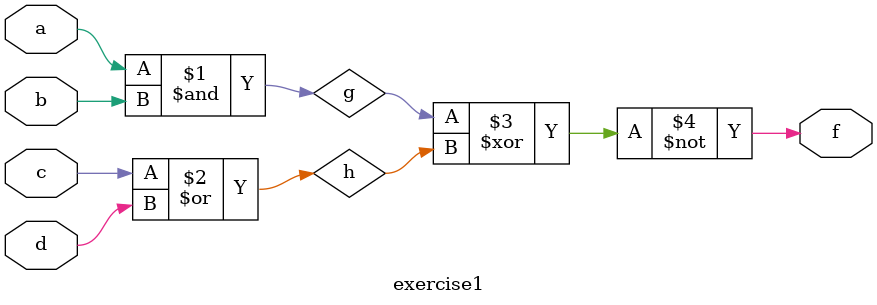
<source format=v>
module exercise1(a,b,c,d,f);
	input a,b,c,d;
	output f;
	assign g = a & b;
	assign h = c | d;
	assign f = ~(g ^ h);
endmodule


</source>
